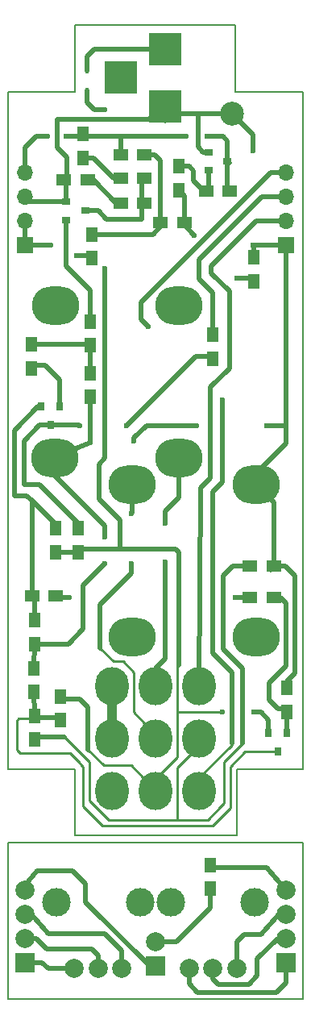
<source format=gbr>
G04 #@! TF.FileFunction,Copper,L2,Bot,Signal*
%FSLAX46Y46*%
G04 Gerber Fmt 4.6, Leading zero omitted, Abs format (unit mm)*
G04 Created by KiCad (PCBNEW 4.0.6) date 01/08/18 00:35:12*
%MOMM*%
%LPD*%
G01*
G04 APERTURE LIST*
%ADD10C,0.100000*%
%ADD11C,0.150000*%
%ADD12C,2.000000*%
%ADD13C,3.000000*%
%ADD14R,2.000000X2.000000*%
%ADD15R,0.900000X0.800000*%
%ADD16O,5.000000X4.000000*%
%ADD17C,2.499360*%
%ADD18R,0.450000X0.600000*%
%ADD19R,0.800000X0.900000*%
%ADD20O,3.500000X4.000000*%
%ADD21R,3.500000X3.500000*%
%ADD22R,1.700000X1.700000*%
%ADD23O,1.700000X1.700000*%
%ADD24R,1.250000X1.500000*%
%ADD25R,1.500000X1.250000*%
%ADD26C,0.600000*%
%ADD27C,0.250000*%
%ADD28C,0.500000*%
%ADD29C,1.000000*%
G04 APERTURE END LIST*
D10*
D11*
X87376000Y-148336000D02*
X87376000Y-77216000D01*
X111379000Y-155321000D02*
X94361000Y-155321000D01*
X118364000Y-77216000D02*
X118364000Y-148336000D01*
X111252000Y-70231000D02*
X94361000Y-70231000D01*
X87388700Y-156108400D02*
X87388700Y-172491400D01*
X118376700Y-172491400D02*
X118376700Y-156108400D01*
X118376700Y-172491400D02*
X87388700Y-172491400D01*
X87388700Y-156108400D02*
X118376700Y-156108400D01*
X118364000Y-148336000D02*
X118364000Y-148209000D01*
X111379000Y-148336000D02*
X118364000Y-148336000D01*
X111379000Y-155321000D02*
X111379000Y-148336000D01*
X94361000Y-148336000D02*
X94361000Y-155321000D01*
X87376000Y-148336000D02*
X94361000Y-148336000D01*
X94361000Y-77216000D02*
X87376000Y-77216000D01*
X94361000Y-70231000D02*
X94361000Y-77216000D01*
X111252000Y-77216000D02*
X111252000Y-70231000D01*
X118364000Y-77216000D02*
X111252000Y-77216000D01*
D12*
X94326700Y-169316400D03*
X96826700Y-169316400D03*
X99326700Y-169316400D03*
D13*
X92426700Y-162316400D03*
X101226700Y-162316400D03*
D14*
X102882700Y-169062400D03*
D12*
X102882700Y-166522400D03*
X106391700Y-169316400D03*
X108891700Y-169316400D03*
X111391700Y-169316400D03*
D13*
X104491700Y-162316400D03*
X113291700Y-162316400D03*
D15*
X93488000Y-90675500D03*
X93488000Y-88775500D03*
X95488000Y-89725500D03*
D16*
X100434000Y-134492000D03*
X100434000Y-118492000D03*
X113434000Y-118492000D03*
X113411000Y-134492000D03*
X105306000Y-99696000D03*
X105306000Y-115696000D03*
X92306000Y-115696000D03*
X92329000Y-99696000D03*
D17*
X110871000Y-79502000D03*
D18*
X95631000Y-77123000D03*
X95631000Y-75023000D03*
D19*
X114747000Y-144542000D03*
X116647000Y-144542000D03*
X115697000Y-146542000D03*
D15*
X108410500Y-85468500D03*
X108410500Y-83568500D03*
X110410500Y-84518500D03*
D19*
X90871000Y-110252000D03*
X92771000Y-110252000D03*
X91821000Y-112252000D03*
D20*
X98270000Y-150661000D03*
X98270000Y-145161000D03*
X98270000Y-139661000D03*
X102870000Y-150661000D03*
X102870000Y-145161000D03*
X102870000Y-139661000D03*
X107470000Y-150661000D03*
X107470000Y-145161000D03*
X107470000Y-139661000D03*
D21*
X103886000Y-78740000D03*
X103886000Y-72740000D03*
X99186000Y-75740000D03*
D14*
X89166700Y-168681400D03*
D12*
X89166700Y-166141400D03*
X89166700Y-163601400D03*
X89166700Y-161061400D03*
D14*
X116598700Y-168681400D03*
D12*
X116598700Y-166141400D03*
X116598700Y-163601400D03*
X116598700Y-161061400D03*
D22*
X89154000Y-93345000D03*
D23*
X89154000Y-90805000D03*
X89154000Y-88265000D03*
X89154000Y-85725000D03*
D22*
X116586000Y-93345000D03*
D23*
X116586000Y-90805000D03*
X116586000Y-88265000D03*
X116586000Y-85725000D03*
D24*
X90170000Y-142768000D03*
X90170000Y-145268000D03*
D25*
X103398000Y-90932000D03*
X105898000Y-90932000D03*
X99207000Y-83883500D03*
X101707000Y-83883500D03*
D24*
X105283000Y-87546500D03*
X105283000Y-85046500D03*
D25*
X115296000Y-130302000D03*
X112796000Y-130302000D03*
X89872500Y-130175000D03*
X92372500Y-130175000D03*
D24*
X108839000Y-102763000D03*
X108839000Y-105263000D03*
X95250000Y-84181000D03*
X95250000Y-81681000D03*
X96012000Y-103866000D03*
X96012000Y-101366000D03*
D25*
X115296000Y-127000000D03*
X112796000Y-127000000D03*
D24*
X92837000Y-143236000D03*
X92837000Y-140736000D03*
X90106500Y-137751500D03*
X90106500Y-140251500D03*
X113157000Y-94635000D03*
X113157000Y-97135000D03*
X116649500Y-142347000D03*
X116649500Y-139847000D03*
D25*
X108160500Y-87630000D03*
X110660500Y-87630000D03*
D24*
X92329000Y-125583000D03*
X92329000Y-123083000D03*
X90170000Y-132735000D03*
X90170000Y-135235000D03*
X108597700Y-160914400D03*
X108597700Y-158414400D03*
X94742000Y-125583000D03*
X94742000Y-123083000D03*
X89789000Y-103779000D03*
X89789000Y-106279000D03*
X96012000Y-109263500D03*
X96012000Y-106763500D03*
D25*
X93238000Y-86487000D03*
X95738000Y-86487000D03*
X99207000Y-86296500D03*
X101707000Y-86296500D03*
X101707000Y-88900000D03*
X99207000Y-88900000D03*
D24*
X96139000Y-92222000D03*
X96139000Y-94722000D03*
D26*
X111404400Y-96824800D03*
X106908600Y-92329000D03*
X113157000Y-142367000D03*
X109855000Y-142367000D03*
X97536000Y-79121000D03*
X97536000Y-95758000D03*
X111252000Y-130302000D03*
X93789500Y-130302000D03*
X99822000Y-112268000D03*
X94869000Y-112268000D03*
X114554000Y-112268000D03*
X107188000Y-112268000D03*
X113093500Y-93345000D03*
X113093500Y-83439000D03*
X97536000Y-123952000D03*
X97536000Y-126746000D03*
X96012000Y-114046000D03*
X100584000Y-113919000D03*
X100330000Y-126746000D03*
X100330000Y-121539000D03*
X103886000Y-122555000D03*
X103886000Y-126619000D03*
X109855000Y-109601000D03*
X102108000Y-101854000D03*
X106095800Y-81940400D03*
X108305600Y-81940400D03*
X93446600Y-81940400D03*
X91516200Y-81940400D03*
X91871800Y-93370400D03*
X94538800Y-94411800D03*
D27*
X108839000Y-154305000D02*
X97282000Y-154305000D01*
X97282000Y-154305000D02*
X95250000Y-152273000D01*
X108839000Y-154305000D02*
X110744000Y-152400000D01*
X94996000Y-147828000D02*
X95250000Y-148082000D01*
X95250000Y-148082000D02*
X95250000Y-152273000D01*
X112284000Y-146542000D02*
X115697000Y-146542000D01*
X110744000Y-148082000D02*
X110744000Y-152400000D01*
X112284000Y-146542000D02*
X110744000Y-148082000D01*
X94996000Y-147828000D02*
X94869000Y-147701000D01*
X88265000Y-143256000D02*
X88265000Y-146304000D01*
X88503000Y-143018000D02*
X88265000Y-143256000D01*
X90170000Y-143018000D02*
X88503000Y-143018000D01*
X94996000Y-147828000D02*
X94869000Y-147701000D01*
X94869000Y-147701000D02*
X93853000Y-146685000D01*
X93853000Y-146685000D02*
X88646000Y-146685000D01*
X88646000Y-146685000D02*
X88265000Y-146304000D01*
D28*
X92837000Y-142936000D02*
X90252000Y-142936000D01*
X90252000Y-142936000D02*
X90170000Y-142854000D01*
X90170000Y-142854000D02*
X90106500Y-139951500D01*
X112796000Y-127000000D02*
X110998000Y-127000000D01*
X110998000Y-127000000D02*
X110299500Y-127698500D01*
X109982000Y-128841500D02*
X109982000Y-128016000D01*
X109982000Y-128016000D02*
X110299500Y-127698500D01*
X110299500Y-127698500D02*
X110998000Y-127000000D01*
X110998000Y-127000000D02*
X112796000Y-127000000D01*
D27*
X110045500Y-147637500D02*
X110045500Y-151955500D01*
X110045500Y-151955500D02*
X109728000Y-152273000D01*
X112014000Y-145669000D02*
X110045500Y-147637500D01*
X105156000Y-153670000D02*
X105283000Y-153670000D01*
X108331000Y-153670000D02*
X105283000Y-153670000D01*
X109728000Y-152273000D02*
X108331000Y-153670000D01*
D28*
X112014000Y-137795000D02*
X109982000Y-135763000D01*
X109982000Y-135763000D02*
X109982000Y-128841500D01*
X112014000Y-145669000D02*
X112014000Y-137795000D01*
D27*
X107470000Y-145161000D02*
X107470000Y-145895000D01*
X107470000Y-145895000D02*
X105156000Y-148209000D01*
X105156000Y-153670000D02*
X105156000Y-148209000D01*
X95885000Y-147574000D02*
X95885000Y-151638000D01*
X95885000Y-151638000D02*
X96139000Y-151892000D01*
X96139000Y-151892000D02*
X95885000Y-151638000D01*
X97917000Y-153670000D02*
X105156000Y-153670000D01*
X95885000Y-147574000D02*
X93329000Y-145018000D01*
D28*
X93329000Y-145018000D02*
X90170000Y-145018000D01*
D27*
X97917000Y-153670000D02*
X96139000Y-151892000D01*
D28*
X101707000Y-83883500D02*
X102806500Y-83883500D01*
X103398000Y-84475000D02*
X103398000Y-90932000D01*
X102806500Y-83883500D02*
X103398000Y-84475000D01*
X103398000Y-90932000D02*
X103398000Y-91420000D01*
X103398000Y-91420000D02*
X102596000Y-92222000D01*
X102596000Y-92222000D02*
X96139000Y-92222000D01*
X101874000Y-84050500D02*
X101707000Y-83883500D01*
X103455000Y-91125000D02*
X103648000Y-90932000D01*
X101362000Y-83978500D02*
X101457000Y-83883500D01*
X96012000Y-92395000D02*
X96139000Y-92522000D01*
X105898000Y-90932000D02*
X105898000Y-88161500D01*
X105898000Y-88161500D02*
X105283000Y-87546500D01*
X105648000Y-90932000D02*
X106908600Y-92329000D01*
X111414600Y-96835000D02*
X113157000Y-96835000D01*
X111404400Y-96824800D02*
X111414600Y-96835000D01*
X105013000Y-87566500D02*
X105283000Y-87296500D01*
X105140000Y-87439500D02*
X105283000Y-87296500D01*
X108160500Y-87630000D02*
X107950000Y-87630000D01*
X107950000Y-87630000D02*
X106870500Y-86550500D01*
X106870500Y-86550500D02*
X106870500Y-85534500D01*
X106870500Y-85534500D02*
X106382500Y-85046500D01*
X106382500Y-85046500D02*
X105283000Y-85046500D01*
X108444500Y-87646000D02*
X108460500Y-87630000D01*
X108460500Y-87630000D02*
X108460500Y-85518500D01*
X108460500Y-85518500D02*
X108410500Y-85468500D01*
X105238000Y-85341500D02*
X105283000Y-85296500D01*
X108505500Y-87675000D02*
X108460500Y-87630000D01*
X97536000Y-95758000D02*
X97536000Y-115697000D01*
X94742000Y-125583000D02*
X92329000Y-125583000D01*
D27*
X105156000Y-145796000D02*
X105156000Y-147066000D01*
X105156000Y-147066000D02*
X102870000Y-149352000D01*
X102870000Y-149352000D02*
X102870000Y-150661000D01*
X105156000Y-142367000D02*
X109855000Y-142367000D01*
D28*
X114747000Y-143195000D02*
X114747000Y-144542000D01*
X113919000Y-142367000D02*
X114747000Y-143195000D01*
X113157000Y-142367000D02*
X113919000Y-142367000D01*
D27*
X105156000Y-137414000D02*
X105283000Y-137414000D01*
X105156000Y-145796000D02*
X105156000Y-142367000D01*
X105156000Y-142367000D02*
X105156000Y-137414000D01*
D28*
X97536000Y-79121000D02*
X96393000Y-79121000D01*
X95631000Y-78359000D02*
X95631000Y-77123000D01*
X96393000Y-79121000D02*
X95631000Y-78359000D01*
D27*
X100291000Y-147955000D02*
X97409000Y-147955000D01*
D28*
X94935000Y-141036000D02*
X92837000Y-141036000D01*
X95758000Y-141859000D02*
X94935000Y-141036000D01*
X95758000Y-146304000D02*
X95758000Y-141859000D01*
D27*
X97409000Y-147955000D02*
X95758000Y-146304000D01*
D28*
X99123500Y-122237500D02*
X99123500Y-125283000D01*
X99060000Y-125222000D02*
X99060000Y-125283000D01*
X99062500Y-125222000D02*
X99060000Y-125222000D01*
X99123500Y-125283000D02*
X99062500Y-125222000D01*
X105283000Y-137414000D02*
X105283000Y-137414000D01*
X105283000Y-137414000D02*
X105283000Y-125603000D01*
X105283000Y-125603000D02*
X104963000Y-125283000D01*
X99060000Y-125283000D02*
X104963000Y-125283000D01*
D27*
X100291000Y-147955000D02*
X102870000Y-150661000D01*
D28*
X94742000Y-125283000D02*
X99060000Y-125283000D01*
X97536000Y-115697000D02*
X96901000Y-116332000D01*
X96901000Y-116332000D02*
X96901000Y-120015000D01*
X96901000Y-120015000D02*
X99123500Y-122237500D01*
X93789500Y-130302000D02*
X92249500Y-130302000D01*
X92249500Y-130302000D02*
X92122500Y-130175000D01*
X113046000Y-130302000D02*
X111252000Y-130302000D01*
X89872500Y-130175000D02*
X89872500Y-120249000D01*
X89872500Y-120249000D02*
X89916000Y-120205500D01*
X90122500Y-130175000D02*
X90122500Y-132987500D01*
X90122500Y-132987500D02*
X90170000Y-133035000D01*
X92329000Y-123383000D02*
X92329000Y-122618500D01*
X92329000Y-122618500D02*
X90170000Y-120459500D01*
X89344500Y-119634000D02*
X88011000Y-119634000D01*
X90170000Y-120459500D02*
X89916000Y-120205500D01*
X89916000Y-120205500D02*
X89344500Y-119634000D01*
X88011000Y-112776000D02*
X88011000Y-119634000D01*
X90535000Y-110252000D02*
X88011000Y-112776000D01*
X90871000Y-110252000D02*
X90535000Y-110252000D01*
X94742000Y-123383000D02*
X94742000Y-122555000D01*
X90678000Y-118491000D02*
X89027000Y-118491000D01*
X94742000Y-122555000D02*
X90678000Y-118491000D01*
X89027000Y-113919000D02*
X89027000Y-118491000D01*
X90694000Y-112252000D02*
X89027000Y-113919000D01*
X91821000Y-112252000D02*
X90694000Y-112252000D01*
X91821000Y-112252000D02*
X94853000Y-112252000D01*
X107077000Y-105013000D02*
X108839000Y-105013000D01*
X99822000Y-112268000D02*
X107077000Y-105013000D01*
X94853000Y-112252000D02*
X94869000Y-112268000D01*
X95250000Y-84181000D02*
X96309500Y-84181000D01*
X98425000Y-86296500D02*
X99507000Y-86296500D01*
X96309500Y-84181000D02*
X98425000Y-86296500D01*
X99507000Y-86296500D02*
X99507000Y-86235500D01*
X89789000Y-103779000D02*
X95925000Y-103779000D01*
X95925000Y-103779000D02*
X96012000Y-103866000D01*
X96012000Y-107063500D02*
X96012000Y-103616000D01*
X96012000Y-101366000D02*
X96012000Y-98044000D01*
X96012000Y-98044000D02*
X94932500Y-96964500D01*
X93488000Y-90675500D02*
X93488000Y-95520000D01*
X93488000Y-95520000D02*
X94932500Y-96964500D01*
X108410500Y-83568500D02*
X107889000Y-83568500D01*
X107315000Y-82994500D02*
X107315000Y-79502000D01*
X107889000Y-83568500D02*
X107315000Y-82994500D01*
X115296000Y-127000000D02*
X115296000Y-120354000D01*
X115296000Y-120354000D02*
X113434000Y-118492000D01*
X115296000Y-127000000D02*
X116459000Y-127000000D01*
X116459000Y-127000000D02*
X117475000Y-128016000D01*
X90170000Y-135235000D02*
X93682500Y-135235000D01*
X93682500Y-135235000D02*
X95250000Y-133667500D01*
X116649500Y-140147000D02*
X116649500Y-139128500D01*
X115697000Y-127000000D02*
X114996000Y-127000000D01*
X117475000Y-138303000D02*
X117475000Y-128016000D01*
X116649500Y-139128500D02*
X117475000Y-138303000D01*
X93488000Y-88775500D02*
X89664500Y-88775500D01*
X89664500Y-88775500D02*
X89154000Y-88265000D01*
X113093500Y-83439000D02*
X113093500Y-81724500D01*
X113093500Y-81724500D02*
X110871000Y-79502000D01*
X92519500Y-83058000D02*
X92519500Y-80137000D01*
X93538000Y-84076500D02*
X93538000Y-86487000D01*
X92519500Y-83058000D02*
X93538000Y-84076500D01*
X89474000Y-88585000D02*
X89154000Y-88265000D01*
X114554000Y-112268000D02*
X116586000Y-112268000D01*
X116586000Y-112268000D02*
X116586000Y-112141000D01*
X100584000Y-113919000D02*
X100584000Y-113601500D01*
X101917500Y-112268000D02*
X107188000Y-112268000D01*
X100584000Y-113601500D02*
X101917500Y-112268000D01*
X97536000Y-122809000D02*
X92306000Y-117579000D01*
X97536000Y-123952000D02*
X97536000Y-122809000D01*
X95250000Y-129032000D02*
X97536000Y-126746000D01*
X95250000Y-133667500D02*
X95250000Y-129032000D01*
X92306000Y-117579000D02*
X92306000Y-115696000D01*
X114996000Y-127000000D02*
X114996000Y-127442000D01*
X90106500Y-138051500D02*
X90170000Y-134935000D01*
X96012000Y-114046000D02*
X96012000Y-108963500D01*
X92456000Y-115546000D02*
X96012000Y-114046000D01*
X92456000Y-115546000D02*
X92306000Y-115696000D01*
X92306000Y-115696000D02*
X92306000Y-113942000D01*
X92519500Y-80137000D02*
X102108000Y-80137000D01*
X102108000Y-80137000D02*
X103886000Y-78740000D01*
X93488000Y-88775500D02*
X93488000Y-86537000D01*
X93488000Y-86537000D02*
X93538000Y-86487000D01*
X113093500Y-93345000D02*
X116586000Y-93345000D01*
X113434000Y-118492000D02*
X113434000Y-117325000D01*
X113434000Y-117325000D02*
X116586000Y-114173000D01*
X116586000Y-114173000D02*
X116586000Y-112141000D01*
X116586000Y-112141000D02*
X116586000Y-93345000D01*
X113157000Y-94935000D02*
X113154500Y-93406000D01*
X113154500Y-93406000D02*
X113093500Y-93345000D01*
X110871000Y-79502000D02*
X110871000Y-80264000D01*
X103886000Y-78740000D02*
X103886000Y-80264000D01*
X93422000Y-88709500D02*
X93488000Y-88775500D01*
X110871000Y-79502000D02*
X107315000Y-79502000D01*
X107315000Y-79502000D02*
X104648000Y-79502000D01*
X104648000Y-79502000D02*
X103886000Y-78740000D01*
X113030000Y-94808000D02*
X113157000Y-94935000D01*
X95631000Y-75023000D02*
X95631000Y-73533000D01*
X96424000Y-72740000D02*
X103886000Y-72740000D01*
X95631000Y-73533000D02*
X96424000Y-72740000D01*
X102870000Y-145161000D02*
X102870000Y-144780000D01*
D27*
X102870000Y-144780000D02*
X100584000Y-142359529D01*
X100584000Y-142359529D02*
X100584000Y-138176000D01*
X100584000Y-138176000D02*
X99441000Y-137033000D01*
X99441000Y-137033000D02*
X98425000Y-137033000D01*
X98425000Y-137033000D02*
X97028000Y-135636000D01*
D28*
X97028000Y-135636000D02*
X97028000Y-131064000D01*
X97028000Y-131064000D02*
X100330000Y-127762000D01*
X100330000Y-127762000D02*
X100330000Y-126746000D01*
X100330000Y-121539000D02*
X100434000Y-121435000D01*
X100434000Y-121435000D02*
X100434000Y-118492000D01*
X102870000Y-139661000D02*
X102870000Y-137795000D01*
X102870000Y-137795000D02*
X103886000Y-136779000D01*
X103886000Y-136779000D02*
X103886000Y-126619000D01*
X103886000Y-122555000D02*
X103886000Y-121285000D01*
X103886000Y-121285000D02*
X105306000Y-119865000D01*
X105306000Y-119865000D02*
X105306000Y-115696000D01*
X95488000Y-89725500D02*
X96812100Y-89725500D01*
X96812100Y-89725500D02*
X97703600Y-90617000D01*
X101407000Y-90617000D02*
X97703600Y-90617000D01*
X101407000Y-90617000D02*
X101407000Y-88900000D01*
X101407000Y-88900000D02*
X101407000Y-86296500D01*
X101407000Y-88900000D02*
X101407000Y-88889800D01*
X101280000Y-86423500D02*
X101407000Y-86296500D01*
X95488000Y-89725500D02*
X95631000Y-89725500D01*
X101407000Y-88900000D02*
X101407000Y-88453000D01*
X99507000Y-88900000D02*
X98742500Y-88900000D01*
X96329500Y-86487000D02*
X95438000Y-86487000D01*
X98742500Y-88900000D02*
X96329500Y-86487000D01*
X99507000Y-88900000D02*
X99507000Y-89027000D01*
D29*
X98270000Y-145161000D02*
X98270000Y-139661000D01*
D28*
X116647000Y-144542000D02*
X116647000Y-142049500D01*
X116647000Y-142049500D02*
X116649500Y-142047000D01*
X115046000Y-130302000D02*
X115951000Y-130302000D01*
X115951000Y-130302000D02*
X116586000Y-130937000D01*
X116586000Y-130937000D02*
X116586000Y-137541000D01*
X116586000Y-137541000D02*
X114808000Y-139319000D01*
X114808000Y-139319000D02*
X114808000Y-141097000D01*
X114808000Y-141097000D02*
X115758000Y-142047000D01*
X115758000Y-142047000D02*
X116649500Y-142047000D01*
X114869000Y-130125000D02*
X115046000Y-130302000D01*
X116583500Y-142113000D02*
X116649500Y-142047000D01*
X108597700Y-160614400D02*
X108597700Y-162966400D01*
X105041700Y-166522400D02*
X102882700Y-166522400D01*
X108597700Y-162966400D02*
X105041700Y-166522400D01*
D27*
X110871000Y-145669000D02*
X110871000Y-145796000D01*
X110871000Y-145796000D02*
X107470000Y-149197000D01*
D28*
X108839000Y-119253000D02*
X109855000Y-118237000D01*
X108839000Y-136144000D02*
X108839000Y-119253000D01*
X109855000Y-118237000D02*
X109855000Y-109601000D01*
X102108000Y-101854000D02*
X101346000Y-101092000D01*
X101346000Y-101092000D02*
X101346000Y-99314000D01*
X107470000Y-150661000D02*
X107470000Y-148943000D01*
X110871000Y-145669000D02*
X110871000Y-138176000D01*
X110871000Y-138176000D02*
X108839000Y-136144000D01*
X114935000Y-85725000D02*
X116586000Y-85725000D01*
X101346000Y-99314000D02*
X114935000Y-85725000D01*
X102882700Y-169062400D02*
X102247700Y-169062400D01*
X102247700Y-169062400D02*
X95516700Y-162331400D01*
X95516700Y-162331400D02*
X95516700Y-160426400D01*
X95516700Y-160426400D02*
X94119700Y-159029400D01*
X94119700Y-159029400D02*
X90436700Y-159029400D01*
X90436700Y-159029400D02*
X89166700Y-160553400D01*
X89166700Y-160553400D02*
X89166700Y-161061400D01*
X99250500Y-81931000D02*
X99250500Y-83840000D01*
X99250500Y-83840000D02*
X99207000Y-83883500D01*
X108305600Y-81940400D02*
X109943900Y-81940400D01*
X110410500Y-82407000D02*
X110410500Y-84518500D01*
X109943900Y-81940400D02*
X110410500Y-82407000D01*
X95250000Y-81931000D02*
X99250500Y-81931000D01*
X99250500Y-81931000D02*
X100990400Y-81931000D01*
X100990400Y-81931000D02*
X106086400Y-81931000D01*
X106086400Y-81931000D02*
X106095800Y-81940400D01*
X89154000Y-85725000D02*
X89154000Y-83134200D01*
X93456000Y-81931000D02*
X95250000Y-81931000D01*
X93446600Y-81940400D02*
X93456000Y-81931000D01*
X90347800Y-81940400D02*
X91516200Y-81940400D01*
X89154000Y-83134200D02*
X90347800Y-81940400D01*
X110410500Y-84518500D02*
X110410500Y-87580000D01*
X110410500Y-87580000D02*
X110360500Y-87630000D01*
X110614500Y-84722500D02*
X110410500Y-84518500D01*
X99568000Y-83772500D02*
X99457000Y-83883500D01*
X108648500Y-117792500D02*
X108648500Y-108267500D01*
X108648500Y-108267500D02*
X110617000Y-106299000D01*
X108712000Y-96266000D02*
X108712000Y-95504000D01*
X110617000Y-106299000D02*
X110617000Y-98171000D01*
X110617000Y-98171000D02*
X108712000Y-96266000D01*
X108712000Y-95504000D02*
X113411000Y-90805000D01*
X107597000Y-118844000D02*
X108648500Y-117792500D01*
X113411000Y-90805000D02*
X116586000Y-90805000D01*
X107470000Y-139661000D02*
X107597000Y-118844000D01*
X108839000Y-103013000D02*
X108839000Y-98298000D01*
X114046000Y-88265000D02*
X116586000Y-88265000D01*
X107442000Y-94869000D02*
X114046000Y-88265000D01*
X107442000Y-96901000D02*
X107442000Y-94869000D01*
X108839000Y-98298000D02*
X107442000Y-96901000D01*
X96139000Y-94422000D02*
X94549000Y-94422000D01*
X91846400Y-93345000D02*
X89154000Y-93345000D01*
X91871800Y-93370400D02*
X91846400Y-93345000D01*
X94549000Y-94422000D02*
X94538800Y-94411800D01*
X96202500Y-94485500D02*
X96139000Y-94422000D01*
X89154000Y-93345000D02*
X89154000Y-90805000D01*
X89281000Y-93472000D02*
X89154000Y-93345000D01*
X92771000Y-110252000D02*
X92771000Y-107503000D01*
X91247000Y-105979000D02*
X89789000Y-105979000D01*
X92771000Y-107503000D02*
X91247000Y-105979000D01*
X89166700Y-168681400D02*
X90944700Y-168681400D01*
X91579700Y-169316400D02*
X94326700Y-169316400D01*
X90944700Y-168681400D02*
X91579700Y-169316400D01*
X89166700Y-166141400D02*
X90309700Y-166141400D01*
X96826700Y-167959400D02*
X96826700Y-169316400D01*
X96151700Y-167284400D02*
X96826700Y-167959400D01*
X91452700Y-167284400D02*
X96151700Y-167284400D01*
X90309700Y-166141400D02*
X91452700Y-167284400D01*
X89166700Y-163601400D02*
X89801700Y-163601400D01*
X89801700Y-163601400D02*
X91579700Y-165633400D01*
X91579700Y-165633400D02*
X97548700Y-165633400D01*
X97548700Y-165633400D02*
X99326700Y-167411400D01*
X99326700Y-167411400D02*
X99326700Y-169316400D01*
X106391700Y-169316400D02*
X106391700Y-170920400D01*
X116598700Y-170776900D02*
X116598700Y-168681400D01*
X115582700Y-171792900D02*
X116598700Y-170776900D01*
X107264200Y-171792900D02*
X115582700Y-171792900D01*
X106391700Y-170920400D02*
X107264200Y-171792900D01*
X116598700Y-168681400D02*
X116598700Y-169062400D01*
X109486700Y-170967400D02*
X112661700Y-170967400D01*
X116598700Y-166141400D02*
X115709700Y-166141400D01*
X113550700Y-170078400D02*
X112661700Y-170967400D01*
X113550700Y-168300400D02*
X113550700Y-170078400D01*
X115709700Y-166141400D02*
X113550700Y-168300400D01*
X108891700Y-170372400D02*
X108891700Y-169316400D01*
X109486700Y-170967400D02*
X108891700Y-170372400D01*
X116598700Y-163601400D02*
X115836700Y-163601400D01*
X115836700Y-163601400D02*
X113931700Y-165760400D01*
X113931700Y-165760400D02*
X112153700Y-165760400D01*
X112153700Y-165760400D02*
X111391700Y-166522400D01*
X111391700Y-166522400D02*
X111391700Y-169316400D01*
X108597700Y-158714400D02*
X114505700Y-158714400D01*
X114505700Y-158714400D02*
X116598700Y-161061400D01*
X116598700Y-161061400D02*
X116598700Y-160807400D01*
M02*

</source>
